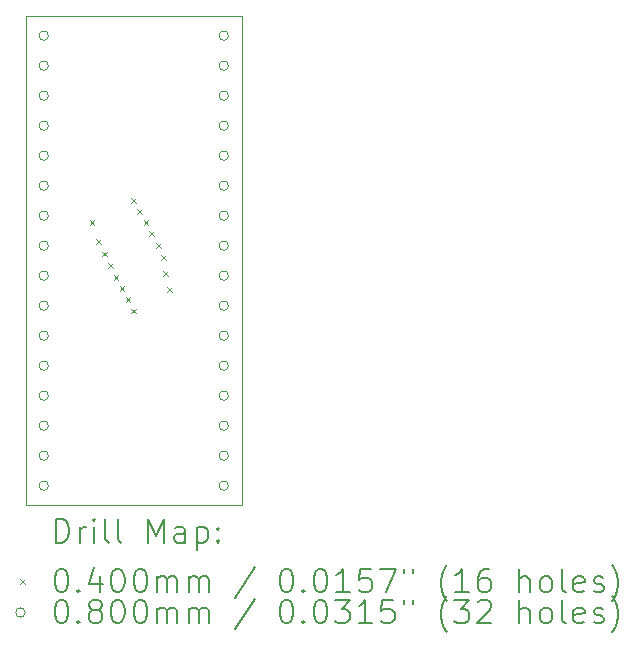
<source format=gbr>
%TF.GenerationSoftware,KiCad,Pcbnew,8.0.7*%
%TF.CreationDate,2025-03-14T20:28:13+02:00*%
%TF.ProjectId,TSSOP32-14mm Adapter,5453534f-5033-4322-9d31-346d6d204164,V1*%
%TF.SameCoordinates,Original*%
%TF.FileFunction,Drillmap*%
%TF.FilePolarity,Positive*%
%FSLAX45Y45*%
G04 Gerber Fmt 4.5, Leading zero omitted, Abs format (unit mm)*
G04 Created by KiCad (PCBNEW 8.0.7) date 2025-03-14 20:28:13*
%MOMM*%
%LPD*%
G01*
G04 APERTURE LIST*
%ADD10C,0.100000*%
%ADD11C,0.200000*%
G04 APERTURE END LIST*
D10*
X-152400Y-3975100D02*
X-152400Y165100D01*
X-152400Y165100D02*
X1676400Y165100D01*
X1676400Y-3975100D02*
X1676400Y165100D01*
X1676400Y-3975100D02*
X-152400Y-3975100D01*
D11*
D10*
X387933Y-1564567D02*
X427933Y-1604567D01*
X427933Y-1564567D02*
X387933Y-1604567D01*
X442500Y-1719900D02*
X482500Y-1759900D01*
X482500Y-1719900D02*
X442500Y-1759900D01*
X492500Y-1828133D02*
X532500Y-1868133D01*
X532500Y-1828133D02*
X492500Y-1868133D01*
X542500Y-1923523D02*
X582500Y-1963523D01*
X582500Y-1923523D02*
X542500Y-1963523D01*
X592500Y-2024700D02*
X632500Y-2064700D01*
X632500Y-2024700D02*
X592500Y-2064700D01*
X642500Y-2118333D02*
X682500Y-2158333D01*
X682500Y-2118333D02*
X642500Y-2158333D01*
X692500Y-2212801D02*
X732500Y-2252801D01*
X732500Y-2212801D02*
X692500Y-2252801D01*
X742000Y-1377000D02*
X782000Y-1417000D01*
X782000Y-1377000D02*
X742000Y-1417000D01*
X742500Y-2310421D02*
X782500Y-2350421D01*
X782500Y-2310421D02*
X742500Y-2350421D01*
X792500Y-1465900D02*
X832500Y-1505900D01*
X832500Y-1465900D02*
X792500Y-1505900D01*
X846862Y-1562410D02*
X886862Y-1602410D01*
X886862Y-1562410D02*
X846862Y-1602410D01*
X892500Y-1656400D02*
X932500Y-1696400D01*
X932500Y-1656400D02*
X892500Y-1696400D01*
X952419Y-1756205D02*
X992419Y-1796205D01*
X992419Y-1756205D02*
X952419Y-1796205D01*
X996000Y-1859600D02*
X1036000Y-1899600D01*
X1036000Y-1859600D02*
X996000Y-1899600D01*
X1012817Y-1995183D02*
X1052817Y-2035183D01*
X1052817Y-1995183D02*
X1012817Y-2035183D01*
X1041787Y-2130220D02*
X1081787Y-2170220D01*
X1081787Y-2130220D02*
X1041787Y-2170220D01*
X40000Y0D02*
G75*
G02*
X-40000Y0I-40000J0D01*
G01*
X-40000Y0D02*
G75*
G02*
X40000Y0I40000J0D01*
G01*
X40000Y-254000D02*
G75*
G02*
X-40000Y-254000I-40000J0D01*
G01*
X-40000Y-254000D02*
G75*
G02*
X40000Y-254000I40000J0D01*
G01*
X40000Y-508000D02*
G75*
G02*
X-40000Y-508000I-40000J0D01*
G01*
X-40000Y-508000D02*
G75*
G02*
X40000Y-508000I40000J0D01*
G01*
X40000Y-762000D02*
G75*
G02*
X-40000Y-762000I-40000J0D01*
G01*
X-40000Y-762000D02*
G75*
G02*
X40000Y-762000I40000J0D01*
G01*
X40000Y-1016000D02*
G75*
G02*
X-40000Y-1016000I-40000J0D01*
G01*
X-40000Y-1016000D02*
G75*
G02*
X40000Y-1016000I40000J0D01*
G01*
X40000Y-1270000D02*
G75*
G02*
X-40000Y-1270000I-40000J0D01*
G01*
X-40000Y-1270000D02*
G75*
G02*
X40000Y-1270000I40000J0D01*
G01*
X40000Y-1524000D02*
G75*
G02*
X-40000Y-1524000I-40000J0D01*
G01*
X-40000Y-1524000D02*
G75*
G02*
X40000Y-1524000I40000J0D01*
G01*
X40000Y-1778000D02*
G75*
G02*
X-40000Y-1778000I-40000J0D01*
G01*
X-40000Y-1778000D02*
G75*
G02*
X40000Y-1778000I40000J0D01*
G01*
X40000Y-2032000D02*
G75*
G02*
X-40000Y-2032000I-40000J0D01*
G01*
X-40000Y-2032000D02*
G75*
G02*
X40000Y-2032000I40000J0D01*
G01*
X40000Y-2286000D02*
G75*
G02*
X-40000Y-2286000I-40000J0D01*
G01*
X-40000Y-2286000D02*
G75*
G02*
X40000Y-2286000I40000J0D01*
G01*
X40000Y-2540000D02*
G75*
G02*
X-40000Y-2540000I-40000J0D01*
G01*
X-40000Y-2540000D02*
G75*
G02*
X40000Y-2540000I40000J0D01*
G01*
X40000Y-2794000D02*
G75*
G02*
X-40000Y-2794000I-40000J0D01*
G01*
X-40000Y-2794000D02*
G75*
G02*
X40000Y-2794000I40000J0D01*
G01*
X40000Y-3048000D02*
G75*
G02*
X-40000Y-3048000I-40000J0D01*
G01*
X-40000Y-3048000D02*
G75*
G02*
X40000Y-3048000I40000J0D01*
G01*
X40000Y-3302000D02*
G75*
G02*
X-40000Y-3302000I-40000J0D01*
G01*
X-40000Y-3302000D02*
G75*
G02*
X40000Y-3302000I40000J0D01*
G01*
X40000Y-3556000D02*
G75*
G02*
X-40000Y-3556000I-40000J0D01*
G01*
X-40000Y-3556000D02*
G75*
G02*
X40000Y-3556000I40000J0D01*
G01*
X40000Y-3810000D02*
G75*
G02*
X-40000Y-3810000I-40000J0D01*
G01*
X-40000Y-3810000D02*
G75*
G02*
X40000Y-3810000I40000J0D01*
G01*
X1564000Y0D02*
G75*
G02*
X1484000Y0I-40000J0D01*
G01*
X1484000Y0D02*
G75*
G02*
X1564000Y0I40000J0D01*
G01*
X1564000Y-254000D02*
G75*
G02*
X1484000Y-254000I-40000J0D01*
G01*
X1484000Y-254000D02*
G75*
G02*
X1564000Y-254000I40000J0D01*
G01*
X1564000Y-508000D02*
G75*
G02*
X1484000Y-508000I-40000J0D01*
G01*
X1484000Y-508000D02*
G75*
G02*
X1564000Y-508000I40000J0D01*
G01*
X1564000Y-762000D02*
G75*
G02*
X1484000Y-762000I-40000J0D01*
G01*
X1484000Y-762000D02*
G75*
G02*
X1564000Y-762000I40000J0D01*
G01*
X1564000Y-1016000D02*
G75*
G02*
X1484000Y-1016000I-40000J0D01*
G01*
X1484000Y-1016000D02*
G75*
G02*
X1564000Y-1016000I40000J0D01*
G01*
X1564000Y-1270000D02*
G75*
G02*
X1484000Y-1270000I-40000J0D01*
G01*
X1484000Y-1270000D02*
G75*
G02*
X1564000Y-1270000I40000J0D01*
G01*
X1564000Y-1524000D02*
G75*
G02*
X1484000Y-1524000I-40000J0D01*
G01*
X1484000Y-1524000D02*
G75*
G02*
X1564000Y-1524000I40000J0D01*
G01*
X1564000Y-1778000D02*
G75*
G02*
X1484000Y-1778000I-40000J0D01*
G01*
X1484000Y-1778000D02*
G75*
G02*
X1564000Y-1778000I40000J0D01*
G01*
X1564000Y-2032000D02*
G75*
G02*
X1484000Y-2032000I-40000J0D01*
G01*
X1484000Y-2032000D02*
G75*
G02*
X1564000Y-2032000I40000J0D01*
G01*
X1564000Y-2286000D02*
G75*
G02*
X1484000Y-2286000I-40000J0D01*
G01*
X1484000Y-2286000D02*
G75*
G02*
X1564000Y-2286000I40000J0D01*
G01*
X1564000Y-2540000D02*
G75*
G02*
X1484000Y-2540000I-40000J0D01*
G01*
X1484000Y-2540000D02*
G75*
G02*
X1564000Y-2540000I40000J0D01*
G01*
X1564000Y-2794000D02*
G75*
G02*
X1484000Y-2794000I-40000J0D01*
G01*
X1484000Y-2794000D02*
G75*
G02*
X1564000Y-2794000I40000J0D01*
G01*
X1564000Y-3048000D02*
G75*
G02*
X1484000Y-3048000I-40000J0D01*
G01*
X1484000Y-3048000D02*
G75*
G02*
X1564000Y-3048000I40000J0D01*
G01*
X1564000Y-3302000D02*
G75*
G02*
X1484000Y-3302000I-40000J0D01*
G01*
X1484000Y-3302000D02*
G75*
G02*
X1564000Y-3302000I40000J0D01*
G01*
X1564000Y-3556000D02*
G75*
G02*
X1484000Y-3556000I-40000J0D01*
G01*
X1484000Y-3556000D02*
G75*
G02*
X1564000Y-3556000I40000J0D01*
G01*
X1564000Y-3810000D02*
G75*
G02*
X1484000Y-3810000I-40000J0D01*
G01*
X1484000Y-3810000D02*
G75*
G02*
X1564000Y-3810000I40000J0D01*
G01*
D11*
X103377Y-4291584D02*
X103377Y-4091584D01*
X103377Y-4091584D02*
X150996Y-4091584D01*
X150996Y-4091584D02*
X179567Y-4101108D01*
X179567Y-4101108D02*
X198615Y-4120155D01*
X198615Y-4120155D02*
X208139Y-4139203D01*
X208139Y-4139203D02*
X217662Y-4177298D01*
X217662Y-4177298D02*
X217662Y-4205870D01*
X217662Y-4205870D02*
X208139Y-4243965D01*
X208139Y-4243965D02*
X198615Y-4263012D01*
X198615Y-4263012D02*
X179567Y-4282060D01*
X179567Y-4282060D02*
X150996Y-4291584D01*
X150996Y-4291584D02*
X103377Y-4291584D01*
X303377Y-4291584D02*
X303377Y-4158250D01*
X303377Y-4196346D02*
X312901Y-4177298D01*
X312901Y-4177298D02*
X322424Y-4167774D01*
X322424Y-4167774D02*
X341472Y-4158250D01*
X341472Y-4158250D02*
X360520Y-4158250D01*
X427186Y-4291584D02*
X427186Y-4158250D01*
X427186Y-4091584D02*
X417662Y-4101108D01*
X417662Y-4101108D02*
X427186Y-4110631D01*
X427186Y-4110631D02*
X436710Y-4101108D01*
X436710Y-4101108D02*
X427186Y-4091584D01*
X427186Y-4091584D02*
X427186Y-4110631D01*
X550996Y-4291584D02*
X531948Y-4282060D01*
X531948Y-4282060D02*
X522424Y-4263012D01*
X522424Y-4263012D02*
X522424Y-4091584D01*
X655758Y-4291584D02*
X636710Y-4282060D01*
X636710Y-4282060D02*
X627186Y-4263012D01*
X627186Y-4263012D02*
X627186Y-4091584D01*
X884329Y-4291584D02*
X884329Y-4091584D01*
X884329Y-4091584D02*
X950996Y-4234441D01*
X950996Y-4234441D02*
X1017662Y-4091584D01*
X1017662Y-4091584D02*
X1017662Y-4291584D01*
X1198615Y-4291584D02*
X1198615Y-4186822D01*
X1198615Y-4186822D02*
X1189091Y-4167774D01*
X1189091Y-4167774D02*
X1170044Y-4158250D01*
X1170044Y-4158250D02*
X1131948Y-4158250D01*
X1131948Y-4158250D02*
X1112901Y-4167774D01*
X1198615Y-4282060D02*
X1179567Y-4291584D01*
X1179567Y-4291584D02*
X1131948Y-4291584D01*
X1131948Y-4291584D02*
X1112901Y-4282060D01*
X1112901Y-4282060D02*
X1103377Y-4263012D01*
X1103377Y-4263012D02*
X1103377Y-4243965D01*
X1103377Y-4243965D02*
X1112901Y-4224917D01*
X1112901Y-4224917D02*
X1131948Y-4215393D01*
X1131948Y-4215393D02*
X1179567Y-4215393D01*
X1179567Y-4215393D02*
X1198615Y-4205870D01*
X1293853Y-4158250D02*
X1293853Y-4358250D01*
X1293853Y-4167774D02*
X1312901Y-4158250D01*
X1312901Y-4158250D02*
X1350996Y-4158250D01*
X1350996Y-4158250D02*
X1370044Y-4167774D01*
X1370044Y-4167774D02*
X1379567Y-4177298D01*
X1379567Y-4177298D02*
X1389091Y-4196346D01*
X1389091Y-4196346D02*
X1389091Y-4253489D01*
X1389091Y-4253489D02*
X1379567Y-4272536D01*
X1379567Y-4272536D02*
X1370044Y-4282060D01*
X1370044Y-4282060D02*
X1350996Y-4291584D01*
X1350996Y-4291584D02*
X1312901Y-4291584D01*
X1312901Y-4291584D02*
X1293853Y-4282060D01*
X1474805Y-4272536D02*
X1484329Y-4282060D01*
X1484329Y-4282060D02*
X1474805Y-4291584D01*
X1474805Y-4291584D02*
X1465282Y-4282060D01*
X1465282Y-4282060D02*
X1474805Y-4272536D01*
X1474805Y-4272536D02*
X1474805Y-4291584D01*
X1474805Y-4167774D02*
X1484329Y-4177298D01*
X1484329Y-4177298D02*
X1474805Y-4186822D01*
X1474805Y-4186822D02*
X1465282Y-4177298D01*
X1465282Y-4177298D02*
X1474805Y-4167774D01*
X1474805Y-4167774D02*
X1474805Y-4186822D01*
D10*
X-197400Y-4600100D02*
X-157400Y-4640100D01*
X-157400Y-4600100D02*
X-197400Y-4640100D01*
D11*
X141472Y-4511584D02*
X160520Y-4511584D01*
X160520Y-4511584D02*
X179567Y-4521108D01*
X179567Y-4521108D02*
X189091Y-4530631D01*
X189091Y-4530631D02*
X198615Y-4549679D01*
X198615Y-4549679D02*
X208139Y-4587774D01*
X208139Y-4587774D02*
X208139Y-4635393D01*
X208139Y-4635393D02*
X198615Y-4673489D01*
X198615Y-4673489D02*
X189091Y-4692536D01*
X189091Y-4692536D02*
X179567Y-4702060D01*
X179567Y-4702060D02*
X160520Y-4711584D01*
X160520Y-4711584D02*
X141472Y-4711584D01*
X141472Y-4711584D02*
X122424Y-4702060D01*
X122424Y-4702060D02*
X112901Y-4692536D01*
X112901Y-4692536D02*
X103377Y-4673489D01*
X103377Y-4673489D02*
X93853Y-4635393D01*
X93853Y-4635393D02*
X93853Y-4587774D01*
X93853Y-4587774D02*
X103377Y-4549679D01*
X103377Y-4549679D02*
X112901Y-4530631D01*
X112901Y-4530631D02*
X122424Y-4521108D01*
X122424Y-4521108D02*
X141472Y-4511584D01*
X293853Y-4692536D02*
X303377Y-4702060D01*
X303377Y-4702060D02*
X293853Y-4711584D01*
X293853Y-4711584D02*
X284329Y-4702060D01*
X284329Y-4702060D02*
X293853Y-4692536D01*
X293853Y-4692536D02*
X293853Y-4711584D01*
X474805Y-4578250D02*
X474805Y-4711584D01*
X427186Y-4502060D02*
X379567Y-4644917D01*
X379567Y-4644917D02*
X503377Y-4644917D01*
X617663Y-4511584D02*
X636710Y-4511584D01*
X636710Y-4511584D02*
X655758Y-4521108D01*
X655758Y-4521108D02*
X665282Y-4530631D01*
X665282Y-4530631D02*
X674805Y-4549679D01*
X674805Y-4549679D02*
X684329Y-4587774D01*
X684329Y-4587774D02*
X684329Y-4635393D01*
X684329Y-4635393D02*
X674805Y-4673489D01*
X674805Y-4673489D02*
X665282Y-4692536D01*
X665282Y-4692536D02*
X655758Y-4702060D01*
X655758Y-4702060D02*
X636710Y-4711584D01*
X636710Y-4711584D02*
X617663Y-4711584D01*
X617663Y-4711584D02*
X598615Y-4702060D01*
X598615Y-4702060D02*
X589091Y-4692536D01*
X589091Y-4692536D02*
X579567Y-4673489D01*
X579567Y-4673489D02*
X570044Y-4635393D01*
X570044Y-4635393D02*
X570044Y-4587774D01*
X570044Y-4587774D02*
X579567Y-4549679D01*
X579567Y-4549679D02*
X589091Y-4530631D01*
X589091Y-4530631D02*
X598615Y-4521108D01*
X598615Y-4521108D02*
X617663Y-4511584D01*
X808139Y-4511584D02*
X827186Y-4511584D01*
X827186Y-4511584D02*
X846234Y-4521108D01*
X846234Y-4521108D02*
X855758Y-4530631D01*
X855758Y-4530631D02*
X865282Y-4549679D01*
X865282Y-4549679D02*
X874805Y-4587774D01*
X874805Y-4587774D02*
X874805Y-4635393D01*
X874805Y-4635393D02*
X865282Y-4673489D01*
X865282Y-4673489D02*
X855758Y-4692536D01*
X855758Y-4692536D02*
X846234Y-4702060D01*
X846234Y-4702060D02*
X827186Y-4711584D01*
X827186Y-4711584D02*
X808139Y-4711584D01*
X808139Y-4711584D02*
X789091Y-4702060D01*
X789091Y-4702060D02*
X779567Y-4692536D01*
X779567Y-4692536D02*
X770043Y-4673489D01*
X770043Y-4673489D02*
X760520Y-4635393D01*
X760520Y-4635393D02*
X760520Y-4587774D01*
X760520Y-4587774D02*
X770043Y-4549679D01*
X770043Y-4549679D02*
X779567Y-4530631D01*
X779567Y-4530631D02*
X789091Y-4521108D01*
X789091Y-4521108D02*
X808139Y-4511584D01*
X960520Y-4711584D02*
X960520Y-4578250D01*
X960520Y-4597298D02*
X970043Y-4587774D01*
X970043Y-4587774D02*
X989091Y-4578250D01*
X989091Y-4578250D02*
X1017663Y-4578250D01*
X1017663Y-4578250D02*
X1036710Y-4587774D01*
X1036710Y-4587774D02*
X1046234Y-4606822D01*
X1046234Y-4606822D02*
X1046234Y-4711584D01*
X1046234Y-4606822D02*
X1055758Y-4587774D01*
X1055758Y-4587774D02*
X1074805Y-4578250D01*
X1074805Y-4578250D02*
X1103377Y-4578250D01*
X1103377Y-4578250D02*
X1122425Y-4587774D01*
X1122425Y-4587774D02*
X1131948Y-4606822D01*
X1131948Y-4606822D02*
X1131948Y-4711584D01*
X1227186Y-4711584D02*
X1227186Y-4578250D01*
X1227186Y-4597298D02*
X1236710Y-4587774D01*
X1236710Y-4587774D02*
X1255758Y-4578250D01*
X1255758Y-4578250D02*
X1284329Y-4578250D01*
X1284329Y-4578250D02*
X1303377Y-4587774D01*
X1303377Y-4587774D02*
X1312901Y-4606822D01*
X1312901Y-4606822D02*
X1312901Y-4711584D01*
X1312901Y-4606822D02*
X1322425Y-4587774D01*
X1322425Y-4587774D02*
X1341472Y-4578250D01*
X1341472Y-4578250D02*
X1370044Y-4578250D01*
X1370044Y-4578250D02*
X1389091Y-4587774D01*
X1389091Y-4587774D02*
X1398615Y-4606822D01*
X1398615Y-4606822D02*
X1398615Y-4711584D01*
X1789091Y-4502060D02*
X1617663Y-4759203D01*
X2046234Y-4511584D02*
X2065282Y-4511584D01*
X2065282Y-4511584D02*
X2084329Y-4521108D01*
X2084329Y-4521108D02*
X2093853Y-4530631D01*
X2093853Y-4530631D02*
X2103377Y-4549679D01*
X2103377Y-4549679D02*
X2112901Y-4587774D01*
X2112901Y-4587774D02*
X2112901Y-4635393D01*
X2112901Y-4635393D02*
X2103377Y-4673489D01*
X2103377Y-4673489D02*
X2093853Y-4692536D01*
X2093853Y-4692536D02*
X2084329Y-4702060D01*
X2084329Y-4702060D02*
X2065282Y-4711584D01*
X2065282Y-4711584D02*
X2046234Y-4711584D01*
X2046234Y-4711584D02*
X2027186Y-4702060D01*
X2027186Y-4702060D02*
X2017663Y-4692536D01*
X2017663Y-4692536D02*
X2008139Y-4673489D01*
X2008139Y-4673489D02*
X1998615Y-4635393D01*
X1998615Y-4635393D02*
X1998615Y-4587774D01*
X1998615Y-4587774D02*
X2008139Y-4549679D01*
X2008139Y-4549679D02*
X2017663Y-4530631D01*
X2017663Y-4530631D02*
X2027186Y-4521108D01*
X2027186Y-4521108D02*
X2046234Y-4511584D01*
X2198615Y-4692536D02*
X2208139Y-4702060D01*
X2208139Y-4702060D02*
X2198615Y-4711584D01*
X2198615Y-4711584D02*
X2189091Y-4702060D01*
X2189091Y-4702060D02*
X2198615Y-4692536D01*
X2198615Y-4692536D02*
X2198615Y-4711584D01*
X2331948Y-4511584D02*
X2350996Y-4511584D01*
X2350996Y-4511584D02*
X2370044Y-4521108D01*
X2370044Y-4521108D02*
X2379568Y-4530631D01*
X2379568Y-4530631D02*
X2389091Y-4549679D01*
X2389091Y-4549679D02*
X2398615Y-4587774D01*
X2398615Y-4587774D02*
X2398615Y-4635393D01*
X2398615Y-4635393D02*
X2389091Y-4673489D01*
X2389091Y-4673489D02*
X2379568Y-4692536D01*
X2379568Y-4692536D02*
X2370044Y-4702060D01*
X2370044Y-4702060D02*
X2350996Y-4711584D01*
X2350996Y-4711584D02*
X2331948Y-4711584D01*
X2331948Y-4711584D02*
X2312901Y-4702060D01*
X2312901Y-4702060D02*
X2303377Y-4692536D01*
X2303377Y-4692536D02*
X2293853Y-4673489D01*
X2293853Y-4673489D02*
X2284329Y-4635393D01*
X2284329Y-4635393D02*
X2284329Y-4587774D01*
X2284329Y-4587774D02*
X2293853Y-4549679D01*
X2293853Y-4549679D02*
X2303377Y-4530631D01*
X2303377Y-4530631D02*
X2312901Y-4521108D01*
X2312901Y-4521108D02*
X2331948Y-4511584D01*
X2589091Y-4711584D02*
X2474806Y-4711584D01*
X2531948Y-4711584D02*
X2531948Y-4511584D01*
X2531948Y-4511584D02*
X2512901Y-4540155D01*
X2512901Y-4540155D02*
X2493853Y-4559203D01*
X2493853Y-4559203D02*
X2474806Y-4568727D01*
X2770044Y-4511584D02*
X2674806Y-4511584D01*
X2674806Y-4511584D02*
X2665282Y-4606822D01*
X2665282Y-4606822D02*
X2674806Y-4597298D01*
X2674806Y-4597298D02*
X2693853Y-4587774D01*
X2693853Y-4587774D02*
X2741472Y-4587774D01*
X2741472Y-4587774D02*
X2760520Y-4597298D01*
X2760520Y-4597298D02*
X2770044Y-4606822D01*
X2770044Y-4606822D02*
X2779568Y-4625870D01*
X2779568Y-4625870D02*
X2779568Y-4673489D01*
X2779568Y-4673489D02*
X2770044Y-4692536D01*
X2770044Y-4692536D02*
X2760520Y-4702060D01*
X2760520Y-4702060D02*
X2741472Y-4711584D01*
X2741472Y-4711584D02*
X2693853Y-4711584D01*
X2693853Y-4711584D02*
X2674806Y-4702060D01*
X2674806Y-4702060D02*
X2665282Y-4692536D01*
X2846234Y-4511584D02*
X2979567Y-4511584D01*
X2979567Y-4511584D02*
X2893853Y-4711584D01*
X3046234Y-4511584D02*
X3046234Y-4549679D01*
X3122425Y-4511584D02*
X3122425Y-4549679D01*
X3417663Y-4787774D02*
X3408139Y-4778250D01*
X3408139Y-4778250D02*
X3389091Y-4749679D01*
X3389091Y-4749679D02*
X3379568Y-4730631D01*
X3379568Y-4730631D02*
X3370044Y-4702060D01*
X3370044Y-4702060D02*
X3360520Y-4654441D01*
X3360520Y-4654441D02*
X3360520Y-4616346D01*
X3360520Y-4616346D02*
X3370044Y-4568727D01*
X3370044Y-4568727D02*
X3379568Y-4540155D01*
X3379568Y-4540155D02*
X3389091Y-4521108D01*
X3389091Y-4521108D02*
X3408139Y-4492536D01*
X3408139Y-4492536D02*
X3417663Y-4483012D01*
X3598615Y-4711584D02*
X3484329Y-4711584D01*
X3541472Y-4711584D02*
X3541472Y-4511584D01*
X3541472Y-4511584D02*
X3522425Y-4540155D01*
X3522425Y-4540155D02*
X3503377Y-4559203D01*
X3503377Y-4559203D02*
X3484329Y-4568727D01*
X3770044Y-4511584D02*
X3731948Y-4511584D01*
X3731948Y-4511584D02*
X3712901Y-4521108D01*
X3712901Y-4521108D02*
X3703377Y-4530631D01*
X3703377Y-4530631D02*
X3684329Y-4559203D01*
X3684329Y-4559203D02*
X3674806Y-4597298D01*
X3674806Y-4597298D02*
X3674806Y-4673489D01*
X3674806Y-4673489D02*
X3684329Y-4692536D01*
X3684329Y-4692536D02*
X3693853Y-4702060D01*
X3693853Y-4702060D02*
X3712901Y-4711584D01*
X3712901Y-4711584D02*
X3750996Y-4711584D01*
X3750996Y-4711584D02*
X3770044Y-4702060D01*
X3770044Y-4702060D02*
X3779568Y-4692536D01*
X3779568Y-4692536D02*
X3789091Y-4673489D01*
X3789091Y-4673489D02*
X3789091Y-4625870D01*
X3789091Y-4625870D02*
X3779568Y-4606822D01*
X3779568Y-4606822D02*
X3770044Y-4597298D01*
X3770044Y-4597298D02*
X3750996Y-4587774D01*
X3750996Y-4587774D02*
X3712901Y-4587774D01*
X3712901Y-4587774D02*
X3693853Y-4597298D01*
X3693853Y-4597298D02*
X3684329Y-4606822D01*
X3684329Y-4606822D02*
X3674806Y-4625870D01*
X4027187Y-4711584D02*
X4027187Y-4511584D01*
X4112901Y-4711584D02*
X4112901Y-4606822D01*
X4112901Y-4606822D02*
X4103377Y-4587774D01*
X4103377Y-4587774D02*
X4084330Y-4578250D01*
X4084330Y-4578250D02*
X4055758Y-4578250D01*
X4055758Y-4578250D02*
X4036710Y-4587774D01*
X4036710Y-4587774D02*
X4027187Y-4597298D01*
X4236711Y-4711584D02*
X4217663Y-4702060D01*
X4217663Y-4702060D02*
X4208139Y-4692536D01*
X4208139Y-4692536D02*
X4198615Y-4673489D01*
X4198615Y-4673489D02*
X4198615Y-4616346D01*
X4198615Y-4616346D02*
X4208139Y-4597298D01*
X4208139Y-4597298D02*
X4217663Y-4587774D01*
X4217663Y-4587774D02*
X4236711Y-4578250D01*
X4236711Y-4578250D02*
X4265282Y-4578250D01*
X4265282Y-4578250D02*
X4284330Y-4587774D01*
X4284330Y-4587774D02*
X4293853Y-4597298D01*
X4293853Y-4597298D02*
X4303377Y-4616346D01*
X4303377Y-4616346D02*
X4303377Y-4673489D01*
X4303377Y-4673489D02*
X4293853Y-4692536D01*
X4293853Y-4692536D02*
X4284330Y-4702060D01*
X4284330Y-4702060D02*
X4265282Y-4711584D01*
X4265282Y-4711584D02*
X4236711Y-4711584D01*
X4417663Y-4711584D02*
X4398615Y-4702060D01*
X4398615Y-4702060D02*
X4389092Y-4683012D01*
X4389092Y-4683012D02*
X4389092Y-4511584D01*
X4570044Y-4702060D02*
X4550996Y-4711584D01*
X4550996Y-4711584D02*
X4512901Y-4711584D01*
X4512901Y-4711584D02*
X4493853Y-4702060D01*
X4493853Y-4702060D02*
X4484330Y-4683012D01*
X4484330Y-4683012D02*
X4484330Y-4606822D01*
X4484330Y-4606822D02*
X4493853Y-4587774D01*
X4493853Y-4587774D02*
X4512901Y-4578250D01*
X4512901Y-4578250D02*
X4550996Y-4578250D01*
X4550996Y-4578250D02*
X4570044Y-4587774D01*
X4570044Y-4587774D02*
X4579568Y-4606822D01*
X4579568Y-4606822D02*
X4579568Y-4625870D01*
X4579568Y-4625870D02*
X4484330Y-4644917D01*
X4655758Y-4702060D02*
X4674806Y-4711584D01*
X4674806Y-4711584D02*
X4712901Y-4711584D01*
X4712901Y-4711584D02*
X4731949Y-4702060D01*
X4731949Y-4702060D02*
X4741473Y-4683012D01*
X4741473Y-4683012D02*
X4741473Y-4673489D01*
X4741473Y-4673489D02*
X4731949Y-4654441D01*
X4731949Y-4654441D02*
X4712901Y-4644917D01*
X4712901Y-4644917D02*
X4684330Y-4644917D01*
X4684330Y-4644917D02*
X4665282Y-4635393D01*
X4665282Y-4635393D02*
X4655758Y-4616346D01*
X4655758Y-4616346D02*
X4655758Y-4606822D01*
X4655758Y-4606822D02*
X4665282Y-4587774D01*
X4665282Y-4587774D02*
X4684330Y-4578250D01*
X4684330Y-4578250D02*
X4712901Y-4578250D01*
X4712901Y-4578250D02*
X4731949Y-4587774D01*
X4808139Y-4787774D02*
X4817663Y-4778250D01*
X4817663Y-4778250D02*
X4836711Y-4749679D01*
X4836711Y-4749679D02*
X4846234Y-4730631D01*
X4846234Y-4730631D02*
X4855758Y-4702060D01*
X4855758Y-4702060D02*
X4865282Y-4654441D01*
X4865282Y-4654441D02*
X4865282Y-4616346D01*
X4865282Y-4616346D02*
X4855758Y-4568727D01*
X4855758Y-4568727D02*
X4846234Y-4540155D01*
X4846234Y-4540155D02*
X4836711Y-4521108D01*
X4836711Y-4521108D02*
X4817663Y-4492536D01*
X4817663Y-4492536D02*
X4808139Y-4483012D01*
D10*
X-157400Y-4884100D02*
G75*
G02*
X-237400Y-4884100I-40000J0D01*
G01*
X-237400Y-4884100D02*
G75*
G02*
X-157400Y-4884100I40000J0D01*
G01*
D11*
X141472Y-4775584D02*
X160520Y-4775584D01*
X160520Y-4775584D02*
X179567Y-4785108D01*
X179567Y-4785108D02*
X189091Y-4794631D01*
X189091Y-4794631D02*
X198615Y-4813679D01*
X198615Y-4813679D02*
X208139Y-4851774D01*
X208139Y-4851774D02*
X208139Y-4899393D01*
X208139Y-4899393D02*
X198615Y-4937489D01*
X198615Y-4937489D02*
X189091Y-4956536D01*
X189091Y-4956536D02*
X179567Y-4966060D01*
X179567Y-4966060D02*
X160520Y-4975584D01*
X160520Y-4975584D02*
X141472Y-4975584D01*
X141472Y-4975584D02*
X122424Y-4966060D01*
X122424Y-4966060D02*
X112901Y-4956536D01*
X112901Y-4956536D02*
X103377Y-4937489D01*
X103377Y-4937489D02*
X93853Y-4899393D01*
X93853Y-4899393D02*
X93853Y-4851774D01*
X93853Y-4851774D02*
X103377Y-4813679D01*
X103377Y-4813679D02*
X112901Y-4794631D01*
X112901Y-4794631D02*
X122424Y-4785108D01*
X122424Y-4785108D02*
X141472Y-4775584D01*
X293853Y-4956536D02*
X303377Y-4966060D01*
X303377Y-4966060D02*
X293853Y-4975584D01*
X293853Y-4975584D02*
X284329Y-4966060D01*
X284329Y-4966060D02*
X293853Y-4956536D01*
X293853Y-4956536D02*
X293853Y-4975584D01*
X417662Y-4861298D02*
X398615Y-4851774D01*
X398615Y-4851774D02*
X389091Y-4842250D01*
X389091Y-4842250D02*
X379567Y-4823203D01*
X379567Y-4823203D02*
X379567Y-4813679D01*
X379567Y-4813679D02*
X389091Y-4794631D01*
X389091Y-4794631D02*
X398615Y-4785108D01*
X398615Y-4785108D02*
X417662Y-4775584D01*
X417662Y-4775584D02*
X455758Y-4775584D01*
X455758Y-4775584D02*
X474805Y-4785108D01*
X474805Y-4785108D02*
X484329Y-4794631D01*
X484329Y-4794631D02*
X493853Y-4813679D01*
X493853Y-4813679D02*
X493853Y-4823203D01*
X493853Y-4823203D02*
X484329Y-4842250D01*
X484329Y-4842250D02*
X474805Y-4851774D01*
X474805Y-4851774D02*
X455758Y-4861298D01*
X455758Y-4861298D02*
X417662Y-4861298D01*
X417662Y-4861298D02*
X398615Y-4870822D01*
X398615Y-4870822D02*
X389091Y-4880346D01*
X389091Y-4880346D02*
X379567Y-4899393D01*
X379567Y-4899393D02*
X379567Y-4937489D01*
X379567Y-4937489D02*
X389091Y-4956536D01*
X389091Y-4956536D02*
X398615Y-4966060D01*
X398615Y-4966060D02*
X417662Y-4975584D01*
X417662Y-4975584D02*
X455758Y-4975584D01*
X455758Y-4975584D02*
X474805Y-4966060D01*
X474805Y-4966060D02*
X484329Y-4956536D01*
X484329Y-4956536D02*
X493853Y-4937489D01*
X493853Y-4937489D02*
X493853Y-4899393D01*
X493853Y-4899393D02*
X484329Y-4880346D01*
X484329Y-4880346D02*
X474805Y-4870822D01*
X474805Y-4870822D02*
X455758Y-4861298D01*
X617663Y-4775584D02*
X636710Y-4775584D01*
X636710Y-4775584D02*
X655758Y-4785108D01*
X655758Y-4785108D02*
X665282Y-4794631D01*
X665282Y-4794631D02*
X674805Y-4813679D01*
X674805Y-4813679D02*
X684329Y-4851774D01*
X684329Y-4851774D02*
X684329Y-4899393D01*
X684329Y-4899393D02*
X674805Y-4937489D01*
X674805Y-4937489D02*
X665282Y-4956536D01*
X665282Y-4956536D02*
X655758Y-4966060D01*
X655758Y-4966060D02*
X636710Y-4975584D01*
X636710Y-4975584D02*
X617663Y-4975584D01*
X617663Y-4975584D02*
X598615Y-4966060D01*
X598615Y-4966060D02*
X589091Y-4956536D01*
X589091Y-4956536D02*
X579567Y-4937489D01*
X579567Y-4937489D02*
X570044Y-4899393D01*
X570044Y-4899393D02*
X570044Y-4851774D01*
X570044Y-4851774D02*
X579567Y-4813679D01*
X579567Y-4813679D02*
X589091Y-4794631D01*
X589091Y-4794631D02*
X598615Y-4785108D01*
X598615Y-4785108D02*
X617663Y-4775584D01*
X808139Y-4775584D02*
X827186Y-4775584D01*
X827186Y-4775584D02*
X846234Y-4785108D01*
X846234Y-4785108D02*
X855758Y-4794631D01*
X855758Y-4794631D02*
X865282Y-4813679D01*
X865282Y-4813679D02*
X874805Y-4851774D01*
X874805Y-4851774D02*
X874805Y-4899393D01*
X874805Y-4899393D02*
X865282Y-4937489D01*
X865282Y-4937489D02*
X855758Y-4956536D01*
X855758Y-4956536D02*
X846234Y-4966060D01*
X846234Y-4966060D02*
X827186Y-4975584D01*
X827186Y-4975584D02*
X808139Y-4975584D01*
X808139Y-4975584D02*
X789091Y-4966060D01*
X789091Y-4966060D02*
X779567Y-4956536D01*
X779567Y-4956536D02*
X770043Y-4937489D01*
X770043Y-4937489D02*
X760520Y-4899393D01*
X760520Y-4899393D02*
X760520Y-4851774D01*
X760520Y-4851774D02*
X770043Y-4813679D01*
X770043Y-4813679D02*
X779567Y-4794631D01*
X779567Y-4794631D02*
X789091Y-4785108D01*
X789091Y-4785108D02*
X808139Y-4775584D01*
X960520Y-4975584D02*
X960520Y-4842250D01*
X960520Y-4861298D02*
X970043Y-4851774D01*
X970043Y-4851774D02*
X989091Y-4842250D01*
X989091Y-4842250D02*
X1017663Y-4842250D01*
X1017663Y-4842250D02*
X1036710Y-4851774D01*
X1036710Y-4851774D02*
X1046234Y-4870822D01*
X1046234Y-4870822D02*
X1046234Y-4975584D01*
X1046234Y-4870822D02*
X1055758Y-4851774D01*
X1055758Y-4851774D02*
X1074805Y-4842250D01*
X1074805Y-4842250D02*
X1103377Y-4842250D01*
X1103377Y-4842250D02*
X1122425Y-4851774D01*
X1122425Y-4851774D02*
X1131948Y-4870822D01*
X1131948Y-4870822D02*
X1131948Y-4975584D01*
X1227186Y-4975584D02*
X1227186Y-4842250D01*
X1227186Y-4861298D02*
X1236710Y-4851774D01*
X1236710Y-4851774D02*
X1255758Y-4842250D01*
X1255758Y-4842250D02*
X1284329Y-4842250D01*
X1284329Y-4842250D02*
X1303377Y-4851774D01*
X1303377Y-4851774D02*
X1312901Y-4870822D01*
X1312901Y-4870822D02*
X1312901Y-4975584D01*
X1312901Y-4870822D02*
X1322425Y-4851774D01*
X1322425Y-4851774D02*
X1341472Y-4842250D01*
X1341472Y-4842250D02*
X1370044Y-4842250D01*
X1370044Y-4842250D02*
X1389091Y-4851774D01*
X1389091Y-4851774D02*
X1398615Y-4870822D01*
X1398615Y-4870822D02*
X1398615Y-4975584D01*
X1789091Y-4766060D02*
X1617663Y-5023203D01*
X2046234Y-4775584D02*
X2065282Y-4775584D01*
X2065282Y-4775584D02*
X2084329Y-4785108D01*
X2084329Y-4785108D02*
X2093853Y-4794631D01*
X2093853Y-4794631D02*
X2103377Y-4813679D01*
X2103377Y-4813679D02*
X2112901Y-4851774D01*
X2112901Y-4851774D02*
X2112901Y-4899393D01*
X2112901Y-4899393D02*
X2103377Y-4937489D01*
X2103377Y-4937489D02*
X2093853Y-4956536D01*
X2093853Y-4956536D02*
X2084329Y-4966060D01*
X2084329Y-4966060D02*
X2065282Y-4975584D01*
X2065282Y-4975584D02*
X2046234Y-4975584D01*
X2046234Y-4975584D02*
X2027186Y-4966060D01*
X2027186Y-4966060D02*
X2017663Y-4956536D01*
X2017663Y-4956536D02*
X2008139Y-4937489D01*
X2008139Y-4937489D02*
X1998615Y-4899393D01*
X1998615Y-4899393D02*
X1998615Y-4851774D01*
X1998615Y-4851774D02*
X2008139Y-4813679D01*
X2008139Y-4813679D02*
X2017663Y-4794631D01*
X2017663Y-4794631D02*
X2027186Y-4785108D01*
X2027186Y-4785108D02*
X2046234Y-4775584D01*
X2198615Y-4956536D02*
X2208139Y-4966060D01*
X2208139Y-4966060D02*
X2198615Y-4975584D01*
X2198615Y-4975584D02*
X2189091Y-4966060D01*
X2189091Y-4966060D02*
X2198615Y-4956536D01*
X2198615Y-4956536D02*
X2198615Y-4975584D01*
X2331948Y-4775584D02*
X2350996Y-4775584D01*
X2350996Y-4775584D02*
X2370044Y-4785108D01*
X2370044Y-4785108D02*
X2379568Y-4794631D01*
X2379568Y-4794631D02*
X2389091Y-4813679D01*
X2389091Y-4813679D02*
X2398615Y-4851774D01*
X2398615Y-4851774D02*
X2398615Y-4899393D01*
X2398615Y-4899393D02*
X2389091Y-4937489D01*
X2389091Y-4937489D02*
X2379568Y-4956536D01*
X2379568Y-4956536D02*
X2370044Y-4966060D01*
X2370044Y-4966060D02*
X2350996Y-4975584D01*
X2350996Y-4975584D02*
X2331948Y-4975584D01*
X2331948Y-4975584D02*
X2312901Y-4966060D01*
X2312901Y-4966060D02*
X2303377Y-4956536D01*
X2303377Y-4956536D02*
X2293853Y-4937489D01*
X2293853Y-4937489D02*
X2284329Y-4899393D01*
X2284329Y-4899393D02*
X2284329Y-4851774D01*
X2284329Y-4851774D02*
X2293853Y-4813679D01*
X2293853Y-4813679D02*
X2303377Y-4794631D01*
X2303377Y-4794631D02*
X2312901Y-4785108D01*
X2312901Y-4785108D02*
X2331948Y-4775584D01*
X2465282Y-4775584D02*
X2589091Y-4775584D01*
X2589091Y-4775584D02*
X2522425Y-4851774D01*
X2522425Y-4851774D02*
X2550996Y-4851774D01*
X2550996Y-4851774D02*
X2570044Y-4861298D01*
X2570044Y-4861298D02*
X2579568Y-4870822D01*
X2579568Y-4870822D02*
X2589091Y-4889870D01*
X2589091Y-4889870D02*
X2589091Y-4937489D01*
X2589091Y-4937489D02*
X2579568Y-4956536D01*
X2579568Y-4956536D02*
X2570044Y-4966060D01*
X2570044Y-4966060D02*
X2550996Y-4975584D01*
X2550996Y-4975584D02*
X2493853Y-4975584D01*
X2493853Y-4975584D02*
X2474806Y-4966060D01*
X2474806Y-4966060D02*
X2465282Y-4956536D01*
X2779568Y-4975584D02*
X2665282Y-4975584D01*
X2722425Y-4975584D02*
X2722425Y-4775584D01*
X2722425Y-4775584D02*
X2703377Y-4804155D01*
X2703377Y-4804155D02*
X2684329Y-4823203D01*
X2684329Y-4823203D02*
X2665282Y-4832727D01*
X2960520Y-4775584D02*
X2865282Y-4775584D01*
X2865282Y-4775584D02*
X2855758Y-4870822D01*
X2855758Y-4870822D02*
X2865282Y-4861298D01*
X2865282Y-4861298D02*
X2884329Y-4851774D01*
X2884329Y-4851774D02*
X2931948Y-4851774D01*
X2931948Y-4851774D02*
X2950996Y-4861298D01*
X2950996Y-4861298D02*
X2960520Y-4870822D01*
X2960520Y-4870822D02*
X2970044Y-4889870D01*
X2970044Y-4889870D02*
X2970044Y-4937489D01*
X2970044Y-4937489D02*
X2960520Y-4956536D01*
X2960520Y-4956536D02*
X2950996Y-4966060D01*
X2950996Y-4966060D02*
X2931948Y-4975584D01*
X2931948Y-4975584D02*
X2884329Y-4975584D01*
X2884329Y-4975584D02*
X2865282Y-4966060D01*
X2865282Y-4966060D02*
X2855758Y-4956536D01*
X3046234Y-4775584D02*
X3046234Y-4813679D01*
X3122425Y-4775584D02*
X3122425Y-4813679D01*
X3417663Y-5051774D02*
X3408139Y-5042250D01*
X3408139Y-5042250D02*
X3389091Y-5013679D01*
X3389091Y-5013679D02*
X3379568Y-4994631D01*
X3379568Y-4994631D02*
X3370044Y-4966060D01*
X3370044Y-4966060D02*
X3360520Y-4918441D01*
X3360520Y-4918441D02*
X3360520Y-4880346D01*
X3360520Y-4880346D02*
X3370044Y-4832727D01*
X3370044Y-4832727D02*
X3379568Y-4804155D01*
X3379568Y-4804155D02*
X3389091Y-4785108D01*
X3389091Y-4785108D02*
X3408139Y-4756536D01*
X3408139Y-4756536D02*
X3417663Y-4747012D01*
X3474806Y-4775584D02*
X3598615Y-4775584D01*
X3598615Y-4775584D02*
X3531948Y-4851774D01*
X3531948Y-4851774D02*
X3560520Y-4851774D01*
X3560520Y-4851774D02*
X3579568Y-4861298D01*
X3579568Y-4861298D02*
X3589091Y-4870822D01*
X3589091Y-4870822D02*
X3598615Y-4889870D01*
X3598615Y-4889870D02*
X3598615Y-4937489D01*
X3598615Y-4937489D02*
X3589091Y-4956536D01*
X3589091Y-4956536D02*
X3579568Y-4966060D01*
X3579568Y-4966060D02*
X3560520Y-4975584D01*
X3560520Y-4975584D02*
X3503377Y-4975584D01*
X3503377Y-4975584D02*
X3484329Y-4966060D01*
X3484329Y-4966060D02*
X3474806Y-4956536D01*
X3674806Y-4794631D02*
X3684329Y-4785108D01*
X3684329Y-4785108D02*
X3703377Y-4775584D01*
X3703377Y-4775584D02*
X3750996Y-4775584D01*
X3750996Y-4775584D02*
X3770044Y-4785108D01*
X3770044Y-4785108D02*
X3779568Y-4794631D01*
X3779568Y-4794631D02*
X3789091Y-4813679D01*
X3789091Y-4813679D02*
X3789091Y-4832727D01*
X3789091Y-4832727D02*
X3779568Y-4861298D01*
X3779568Y-4861298D02*
X3665282Y-4975584D01*
X3665282Y-4975584D02*
X3789091Y-4975584D01*
X4027187Y-4975584D02*
X4027187Y-4775584D01*
X4112901Y-4975584D02*
X4112901Y-4870822D01*
X4112901Y-4870822D02*
X4103377Y-4851774D01*
X4103377Y-4851774D02*
X4084330Y-4842250D01*
X4084330Y-4842250D02*
X4055758Y-4842250D01*
X4055758Y-4842250D02*
X4036710Y-4851774D01*
X4036710Y-4851774D02*
X4027187Y-4861298D01*
X4236711Y-4975584D02*
X4217663Y-4966060D01*
X4217663Y-4966060D02*
X4208139Y-4956536D01*
X4208139Y-4956536D02*
X4198615Y-4937489D01*
X4198615Y-4937489D02*
X4198615Y-4880346D01*
X4198615Y-4880346D02*
X4208139Y-4861298D01*
X4208139Y-4861298D02*
X4217663Y-4851774D01*
X4217663Y-4851774D02*
X4236711Y-4842250D01*
X4236711Y-4842250D02*
X4265282Y-4842250D01*
X4265282Y-4842250D02*
X4284330Y-4851774D01*
X4284330Y-4851774D02*
X4293853Y-4861298D01*
X4293853Y-4861298D02*
X4303377Y-4880346D01*
X4303377Y-4880346D02*
X4303377Y-4937489D01*
X4303377Y-4937489D02*
X4293853Y-4956536D01*
X4293853Y-4956536D02*
X4284330Y-4966060D01*
X4284330Y-4966060D02*
X4265282Y-4975584D01*
X4265282Y-4975584D02*
X4236711Y-4975584D01*
X4417663Y-4975584D02*
X4398615Y-4966060D01*
X4398615Y-4966060D02*
X4389092Y-4947012D01*
X4389092Y-4947012D02*
X4389092Y-4775584D01*
X4570044Y-4966060D02*
X4550996Y-4975584D01*
X4550996Y-4975584D02*
X4512901Y-4975584D01*
X4512901Y-4975584D02*
X4493853Y-4966060D01*
X4493853Y-4966060D02*
X4484330Y-4947012D01*
X4484330Y-4947012D02*
X4484330Y-4870822D01*
X4484330Y-4870822D02*
X4493853Y-4851774D01*
X4493853Y-4851774D02*
X4512901Y-4842250D01*
X4512901Y-4842250D02*
X4550996Y-4842250D01*
X4550996Y-4842250D02*
X4570044Y-4851774D01*
X4570044Y-4851774D02*
X4579568Y-4870822D01*
X4579568Y-4870822D02*
X4579568Y-4889870D01*
X4579568Y-4889870D02*
X4484330Y-4908917D01*
X4655758Y-4966060D02*
X4674806Y-4975584D01*
X4674806Y-4975584D02*
X4712901Y-4975584D01*
X4712901Y-4975584D02*
X4731949Y-4966060D01*
X4731949Y-4966060D02*
X4741473Y-4947012D01*
X4741473Y-4947012D02*
X4741473Y-4937489D01*
X4741473Y-4937489D02*
X4731949Y-4918441D01*
X4731949Y-4918441D02*
X4712901Y-4908917D01*
X4712901Y-4908917D02*
X4684330Y-4908917D01*
X4684330Y-4908917D02*
X4665282Y-4899393D01*
X4665282Y-4899393D02*
X4655758Y-4880346D01*
X4655758Y-4880346D02*
X4655758Y-4870822D01*
X4655758Y-4870822D02*
X4665282Y-4851774D01*
X4665282Y-4851774D02*
X4684330Y-4842250D01*
X4684330Y-4842250D02*
X4712901Y-4842250D01*
X4712901Y-4842250D02*
X4731949Y-4851774D01*
X4808139Y-5051774D02*
X4817663Y-5042250D01*
X4817663Y-5042250D02*
X4836711Y-5013679D01*
X4836711Y-5013679D02*
X4846234Y-4994631D01*
X4846234Y-4994631D02*
X4855758Y-4966060D01*
X4855758Y-4966060D02*
X4865282Y-4918441D01*
X4865282Y-4918441D02*
X4865282Y-4880346D01*
X4865282Y-4880346D02*
X4855758Y-4832727D01*
X4855758Y-4832727D02*
X4846234Y-4804155D01*
X4846234Y-4804155D02*
X4836711Y-4785108D01*
X4836711Y-4785108D02*
X4817663Y-4756536D01*
X4817663Y-4756536D02*
X4808139Y-4747012D01*
M02*

</source>
